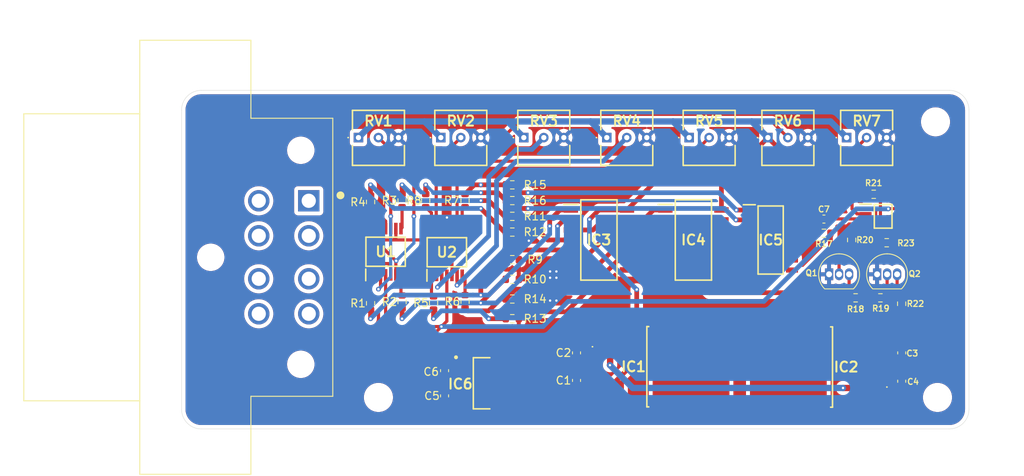
<source format=kicad_pcb>
(kicad_pcb (version 20241229) (generator "pcbnew") (generator_version "9.0")
  (layers (0 "F.Cu" signal) (4 "In1.Cu" signal) (6 "In2.Cu" signal) (2 "B.Cu" signal) (13 "F.Paste" user) (15 "B.Paste" user) (5 "F.SilkS" user "F.Silkscreen") (7 "B.SilkS" user "B.Silkscreen") (1 "F.Mask" user) (3 "B.Mask" user) (25 "Edge.Cuts" user))
  (net 0 "")
  (net 1 "GND")
  (net 2 "/FAULT>100MS")
  (net 3 "/BSPD_FAULT")
  (net 4 "Net-(C7-Pad1)")
  (net 5 "/B_HVY")
  (net 6 "/T_10%")
  (net 7 "/B_H")
  (net 8 "/B_L")
  (net 9 "Net-(R7-Pad1)")
  (net 10 "/T2_H")
  (net 11 "/T1_H")
  (net 12 "/T1_L")
  (net 13 "Net-(R6-Pad1)")
  (net 14 "Net-(R5-Pad1)")
  (net 15 "/T2_L")
  (net 16 "Net-(R8-Pad1)")
  (net 17 "Net-(R4-Pad1)")
  (net 18 "Net-(R3-Pad1)")
  (net 19 "Net-(R2-Pad1)")
  (net 20 "Net-(R1-Pad1)")
  (net 21 "Latch +5V")
  (net 22 "BSPD_OUT")
  (net 23 "Net-(Q2-B)")
  (net 24 "Net-(BR1-OUT1)")
  (net 25 "Net-(Q2-C)")
  (net 26 "+10V")
  (net 27 "VCC")
  (net 28 "+5V")
  (net 34 "/T_10%*B_HVY")
  (net 35 "/B_FAULT")
  (net 36 "/T+B_FAULT")
  (net 38 "/T_FAULT")
  (net 39 "/T1_FAULT")
  (net 40 "/T2_FAULT")
  (net 50 "/Heavy_Braking")
  (net 51 "Brake")
  (net 52 "/Throttle_10%")
  (net 53 "/Brake_Low")
  (net 54 "/Brake_High")
  (net 55 "Throttle1")
  (net 56 "/Throttle_High")
  (net 57 "/Throttle_Low")
  (net 58 "Throttle2")
  (net 59 "Net-(BR1-IN1-)")
  (net 60 "Net-(BR1-IN1+)")
  (footprint "Resistor_SMD:R_0603_1608Metric" (layer "F.Cu") (at 81 107)
    (property "Reference" "R12")
    (property "Value" "30k")
  )
  (footprint "Resistor_SMD:R_0603_1608Metric" (layer "F.Cu") (at 81 115.5)
    (property "Reference" "R14")
    (property "Value" "30k")
  )
  (footprint "Package_TO_SOT_THT:TO-92_Inline" (layer "F.Cu") (at 127.33 112.36)
    (property "Reference" "Q2")
    (property "Value" "2N3904")
  )
  (footprint "Resistor_SMD:R_0603_1608Metric" (layer "F.Cu") (at 71 116 -90)
    (property "Reference" "R5")
    (property "Value" "22k")
  )
  (footprint "BSPD_Footprint_Library:LM324" (layer "F.Cu") (at 64.9115 109.49525 90)
    (property "Reference" "U1")
    (property "Value" "LM324" (hide yes))
  )
  (footprint "Resistor_SMD:R_0603_1608Metric" (layer "F.Cu") (at 124.1 108 -90)
    (property "Reference" "R20")
    (property "Value" "22k")
  )
  (footprint "Resistor_SMD:R_0603_1608Metric" (layer "F.Cu") (at 63 116.04525 -90)
    (property "Reference" "R1")
    (property "Value" "22k")
  )
  (footprint "BSPD_Footprint_Library:3362U1104ALF" (layer "F.Cu") (at 123.46 95)
    (property "Reference" "RV7")
    (property "Value" "1k" (hide yes))
  )
  (footprint "MountingHole:MountingHole_3.2mm_M3" (layer "F.Cu") (at 135 128)
    (property "Reference" "H2" (hide yes))
    (property "Value" "M3")
  )
  (footprint "Resistor_SMD:R_0603_1608Metric" (layer "F.Cu") (at 81 113)
    (property "Reference" "R10")
    (property "Value" "30k")
  )
  (footprint "Resistor_SMD:R_0603_1608Metric" (layer "F.Cu") (at 124.6 115.35 180)
    (property "Reference" "R18")
    (property "Value" "220")
  )
  (footprint "BSPD_Footprint_Library:3362U1104ALF" (layer "F.Cu") (at 61.46 95)
    (property "Reference" "RV1")
    (property "Value" "1k" (hide yes))
  )
  (footprint "MountingHole:MountingHole_3.2mm_M3" (layer "F.Cu") (at 134.75 93)
    (property "Reference" "H1" (hide yes))
    (property "Value" "M3")
  )
  (footprint "Resistor_SMD:R_0603_1608Metric" (layer "F.Cu") (at 127.75 115.35 180)
    (property "Reference" "R19")
    (property "Value" "3k")
  )
  (footprint "Resistor_SMD:R_0603_1608Metric" (layer "F.Cu") (at 81 103)
    (property "Reference" "R16")
    (property "Value" "30k")
  )
  (footprint "BSPD_Footprint_Library:3362U1104ALF" (layer "F.Cu") (at 93 95)
    (property "Reference" "RV4")
    (property "Value" "1k" (hide yes))
  )
  (footprint "Capacitor_SMD:C_0603_1608Metric" (layer "F.Cu") (at 120.575 105.35)
    (property "Reference" "C7")
    (property "Value" "10uF")
  )
  (footprint "MountingHole:MountingHole_3.2mm_M3" (layer "F.Cu") (at 64 81)
    (property "Reference" "H3" (hide yes))
    (property "Value" "M3")
  )
  (footprint "BSPD_Footprint_Library:SOIC127P780X200-14N" (layer "F.Cu") (at 92 108)
    (property "Reference" "IC3")
    (property "Value" "SN74HC32NSR" (hide yes))
  )
  (footprint "Resistor_SMD:R_0603_1608Metric" (layer "F.Cu") (at 120.575 107.15 180)
    (property "Reference" "R17")
    (property "Value" "10k")
  )
  (footprint "Capacitor_SMD:C_0603_1608Metric" (layer "F.Cu") (at 89.157 125.84 90)
    (property "Reference" "C1")
    (property "Value" "0.1u")
  )
  (footprint "Capacitor_SMD:C_0603_1608Metric" (layer "F.Cu") (at 89.157 122.34 -90)
    (property "Reference" "C2")
    (property "Value" "0.33u")
  )
  (footprint "Resistor_SMD:R_0603_1608Metric" (layer "F.Cu") (at 81 118)
    (property "Reference" "R13")
    (property "Value" "30k")
  )
  (footprint "Capacitor_SMD:C_0603_1608Metric" (layer "F.Cu") (at 72.4 127.8 90)
    (property "Reference" "C5")
    (property "Value" "0.1u")
  )
  (footprint "BSPD_Footprint_Library:L7805ACD2TTR" (layer "F.Cu") (at 100.332 124.1 -90)
    (property "Reference" "IC1")
    (property "Value" "L7805ACD2T-TR" (hide yes))
  )
  (footprint "Resistor_SMD:R_0603_1608Metric" (layer "F.Cu") (at 67 115.87025 -90)
    (property "Reference" "R2")
    (property "Value" "22k")
  )
  (footprint "Capacitor_SMD:C_0603_1608Metric" (layer "F.Cu") (at 72.4 124.6 -90)
    (property "Reference" "C6")
    (property "Value" "0.33u")
  )
  (footprint "Resistor_SMD:R_0603_1608Metric" (layer "F.Cu") (at 81 105)
    (property "Reference" "R11")
    (property "Value" "30k")
  )
  (footprint "Resistor_SMD:R_0603_1608Metric" (layer "F.Cu") (at 70 103 90)
    (property "Reference" "R8")
    (property "Value" "22k")
  )
  (footprint "BSPD_Footprint_Library:3362U1104ALF" (layer "F.Cu") (at 103.46 95)
    (property "Reference" "RV5")
    (property "Value" "1k" (hide yes))
  )
  (footprint "Resistor_SMD:R_0603_1608Metric" (layer "F.Cu") (at 128.55 108.35)
    (property "Reference" "R23")
    (property "Value" "30k")
  )
  (footprint "Resistor_SMD:R_0603_1608Metric" (layer "F.Cu") (at 81 101)
    (property "Reference" "R15")
    (property "Value" "30k")
  )
  (footprint "Capacitor_SMD:C_0603_1608Metric" (layer "F.Cu") (at 130.457 122.34 -90)
    (property "Reference" "C3")
    (property "Value" "0.1u")
  )
  (footprint "Capacitor_SMD:C_0603_1608Metric" (layer "F.Cu") (at 130.457 125.94 90)
    (property "Reference" "C4")
    (property "Value" "0.33u")
  )
  (footprint "MountingHole:MountingHole_3.2mm_M3" (layer "F.Cu") (at 64 128)
    (property "Reference" "H4" (hide yes))
    (property "Value" "M3")
  )
  (footprint "BSPD_Footprint_Library:LM324" (layer "F.Cu") (at 72.6855 109.55725 90)
    (property "Reference" "U2")
    (property "Value" "LM324" (hide yes))
  )
  (footprint "Resistor_SMD:R_0603_1608Metric" (layer "F.Cu") (at 67 103 90)
    (property "Reference" "R3")
    (property "Value" "22k")
  )
  (footprint "Resistor_SMD:R_0603_1608Metric" (layer "F.Cu") (at 130.45 116.1 90)
    (property "Reference" "R22")
    (property "Value" "220")
  )
  (footprint "Resistor_SMD:R_0603_1608Metric" (layer "F.Cu") (at 63 103.175 90)
    (property "Reference" "R4")
    (property "Value" "22k")
  )
  (footprint "BSPD_Footprint_Library:L7805ACD2TTR" (layer "F.Cu") (at 119.425 124.14 90)
    (property "Reference" "IC2")
    (property "Value" "L7805ACD2T-TR" (hide yes))
  )
  (footprint "BSPD_Footprint_Library:3362U1104ALF" (layer "F.Cu") (at 82.46 95)
    (property "Reference" "RV3")
    (property "Value" "1k" (hide yes))
  )
  (footprint "Package_TO_SOT_THT:TO-92_Inline" (layer "F.Cu") (at 121.23 112.36)
    (property "Reference" "Q1")
    (property "Value" "2N3904")
  )
  (footprint "Resistor_SMD:R_0603_1608Metric" (layer "F.Cu") (at 75 115.825 -90)
    (property "Reference" "R6")
    (property "Value" "22k")
  )
  (footprint "Resistor_SMD:R_0603_1608Metric" (layer "F.Cu") (at 81 110.5)
    (property "Reference" "R9")
    (property "Value" "30k")
  )
  (footprint "BSPD_Footprint_Library:SOIC127P780X200-14N" (layer "F.Cu") (at 104 108)
    (property "Reference" "IC4")
    (property "Value" "SN74HC32NSR" (hide yes))
  )
  (footprint "BSPD_Footprint_Library:LM358AST" (layer "F.Cu") (at 128.1 105)
    (property "Reference" "BR1" (hide yes))
    (property "Value" "LM358AST" (hide yes))
  )
  (footprint "Resistor_SMD:R_0603_1608Metric" (layer "F.Cu") (at 75 103 90)
    (property "Reference" "R7")
    (property "Value" "22k")
  )
  (footprint "BSPD_Footprint_Library:TO228P972X240-3N" (layer "F.Cu") (at 79 126.2)
    (property "Reference" "IC6")
    (property "Value" "L78M10ABDT-TR" (hide yes))
  )
  (footprint "BSPD_Footprint_Library:TE_DT13-08PA" (layer "F.Cu") (at 48.8 110.2 -90)
    (property "Reference" "REF**" (hide yes))
    (property "Value" "TE_DT13-08PA")
  )
  (footprint "BSPD_Footprint_Library:3362U1104ALF" (layer "F.Cu") (at 113.46 95)
    (property "Reference" "RV6")
    (property "Value" "1k" (hide yes))
  )
  (footprint "Resistor_SMD:R_0603_1608Metric" (layer "F.Cu") (at 126.9 102.2)
    (property "Reference" "R21")
    (property "Value" "15k")
  )
  (footprint "BSPD_Footprint_Library:SOIC127P600X175-14N" (layer "F.Cu") (at 113.812 108.01)
    (property "Reference" "IC5")
    (property "Value" "CD74HC08QM96Q1" (hide yes))
  )
  (footprint "BSPD_Footprint_Library:3362U1104ALF" (layer "F.Cu") (at 71.92 95)
    (property "Reference" "RV2")
    (property "Value" "1k" (hide yes))
  )
  (gr_line (start 136.5 132) (end 41.5 132) (stroke (width 0.05)) (layer "Edge.Cuts"))
  (gr_arc (start 139 129.5) (mid 138.267767 131.267767) (end 136.5 132) (stroke (width 0.05)) (layer "Edge.Cuts"))
  (gr_arc (start 41.5 132) (mid 39.732233 131.267767) (end 39 129.5) (stroke (width 0.05)) (layer "Edge.Cuts"))
  (gr_line (start 41.5 89) (end 136.5 89) (stroke (width 0.05)) (layer "Edge.Cuts"))
  (gr_line (start 139 91.5) (end 139 129.5) (stroke (width 0.05)) (layer "Edge.Cuts"))
  (gr_line (start 39 129.5) (end 39 91.5) (stroke (width 0.05)) (layer "Edge.Cuts"))
  (gr_arc (start 39 91.5) (mid 39.732233 89.732233) (end 41.5 89) (stroke (width 0.05)) (layer "Edge.Cuts"))
  (gr_arc (start 136.5 89) (mid 138.267767 89.732233) (end 139 91.5) (stroke (width 0.05)) (layer "Edge.Cuts"))
  (segment (start 121.23 110.47) (end 121.23 112.36) (width 0.4) (layer "F.Cu") (net 1))
  (segment (start 83.1 108.1) (end 83.1 107.35) (width 0.6) (layer "F.Cu") (net 1))
  (segment (start 64.9115 106.55725) (end 64.9115 105.6115) (width 0.4) (layer "F.Cu") (net 1))
  (segment (start 72.6855 106.61925) (end 72.6855 105.1645) (width 0.4) (layer "F.Cu") (net 1))
  (segment (start 122.75 106.985936) (end 122.75 108.95) (width 0.4) (layer "F.Cu") (net 1))
  (segment (start 125.888 105.975) (end 123.760936 105.975) (width 0.4) (layer "F.Cu") (net 1))
  (segment (start 83.1 107.35) (end 82.75 107) (width 0.6) (layer "F.Cu") (net 1))
  (segment (start 123.760936 105.975) (end 122.75 106.985936) (width 0.4) (layer "F.Cu") (net 1))
  (segment (start 72.6855 105.1645) (end 72.7 105.15) (width 0.4) (layer "F.Cu") (net 1))
  (segment (start 64.4 105.1) (end 64.4 104.7) (width 0.4) (layer "F.Cu") (net 1))
  (segment (start 82.75 107) (end 81.825 107) (width 0.6) (layer "F.Cu") (net 1))
  (segment (start 64.9115 105.6115) (end 64.4 105.1) (width 0.4) (layer "F.Cu") (net 1))
  (segment (start 122.75 108.95) (end 121.23 110.47) (width 0.4) (layer "F.Cu") (net 1))
  (via (at 86.6 115.7) (size 0.6) (drill 0.3) (layers "F.Cu" "B.Cu") (net 1))
  (via (at 85.8 115.7) (size 0.6) (drill 0.3) (layers "F.Cu" "B.Cu") (net 1))
  (via (at 72.7 105.15) (size 0.6) (drill 0.3) (layers "F.Cu" "B.Cu") (net 1))
  (via (at 83.1 108.1) (size 0.6) (drill 0.3) (layers "F.Cu" "B.Cu") (net 1))
  (via (at 86.6 112) (size 0.6) (drill 0.3) (layers "F.Cu" "B.Cu") (net 1))
  (via (at 86.6 112.8) (size 0.6) (drill 0.3) (layers "F.Cu" "B.Cu") (net 1))
  (via (at 85.8 112.8) (size 0.6) (drill 0.3) (layers "F.Cu" "B.Cu") (net 1))
  (via (at 85.8 112) (size 0.6) (drill 0.3) (layers "F.Cu" "B.Cu") (net 1))
  (segment (start 124.1 108.825) (end 122.5 110.425) (width 0.4) (layer "F.Cu") (net 2))
  (segment (start 127.751 108.324) (end 127.751 102.276) (width 0.4) (layer "F.Cu") (net 2))
  (segment (start 127.751 102.276) (end 127.675 102.2) (width 0.4) (layer "F.Cu") (net 2))
  (segment (start 127.725 108.35) (end 124.575 108.35) (width 0.4) (layer "F.Cu") (net 2))
  (segment (start 127.725 108.35) (end 127.751 108.324) (width 0.4) (layer "F.Cu") (net 2))
  (segment (start 122.5 110.425) (end 122.5 112.36) (width 0.4) (layer "F.Cu") (net 2))
  (segment (start 124.575 108.35) (end 124.1 108.825) (width 0.4) (layer "F.Cu") (net 2))
  (segment (start 101.8505 110.54) (end 106.0105 114.7) (width 0.6) (layer "F.Cu") (net 3))
  (segment (start 121.4 109.1) (end 121.4 107.15) (width 0.6) (layer "F.Cu") (net 3))
  (segment (start 100.438 110.54) (end 101.8505 110.54) (width 0.6) (layer "F.Cu") (net 3))
  (segment (start 115.8 114.7) (end 121.4 109.1) (width 0.6) (layer "F.Cu") (net 3))
  (segment (start 106.0105 114.7) (end 115.8 114.7) (width 0.6) (layer "F.Cu") (net 3))
  (segment (start 119.8 105.35) (end 119.8 107.1) (width 0.4) (layer "F.Cu") (net 4))
  (segment (start 79.175 102) (end 77 102) (width 0.6) (layer "F.Cu") (net 5))
  (segment (start 83 104) (end 82.5 104) (width 0.6) (layer "F.Cu") (net 5))
  (segment (start 80.175 103) (end 81.175 104) (width 0.6) (layer "F.Cu") (net 5))
  (segment (start 81.175 104) (end 83 104) (width 0.6) (layer "F.Cu") (net 5))
  (segment (start 109.4 105.45) (end 111.08 105.45) (width 0.6) (layer "F.Cu") (net 5))
  (segment (start 80.175 103) (end 79.175 102) (width 0.6) (layer "F.Cu") (net 5))
  (segment (start 70 102.175) (end 70 101) (width 0.6) (layer "F.Cu") (net 5))
  (segment (start 111.08 105.45) (end 111.1 105.47) (width 0.6) (layer "F.Cu") (net 5))
  (via (at 70 101) (size 0.6) (drill 0.3) (layers "F.Cu" "B.Cu") (net 5))
  (via (at 77 102) (size 0.6) (drill 0.3) (layers "F.Cu" "B.Cu") (net 5))
  (via (at 83 104) (size 0.6) (drill 0.3) (layers "F.Cu" "B.Cu") (net 5))
  (via (at 109.4 105.45) (size 0.6) (drill 0.3) (layers "F.Cu" "B.Cu") (net 5))
  (segment (start 71 102) (end 77 102) (width 0.6) (layer "B.Cu") (net 5))
  (segment (start 83 104) (end 107.95 104) (width 0.6) (layer "B.Cu") (net 5))
  (segment (start 70 101) (end 71 102) (width 0.4) (layer "B.Cu") (net 5))
  (segment (start 107.95 104) (end 109.4 105.45) (width 0.6) (layer "B.Cu") (net 5))
  (segment (start 76.175 101) (end 75 102.175) (width 0.6) (layer "F.Cu") (net 6))
  (segment (start 81.175 102) (end 83 102) (width 0.6) (layer "F.Cu") (net 6))
  (segment (start 77 101) (end 76.175 101) (width 0.6) (layer "F.Cu") (net 6))
  (segment (start 80.175 101) (end 81.175 102) (width 0.6) (layer "F.Cu") (net 6))
  (segment (start 109.45 104.2) (end 111.1 104.2) (width 0.6) (layer "F.Cu") (net 6))
  (segment (start 80.175 101) (end 77 101) (width 0.6) (layer "F.Cu") (net 6))
  (via (at 77 101) (size 0.6) (drill 0.3) (layers "F.Cu" "B.Cu") (net 6))
  (via (at 83 102) (size 0.6) (drill 0.3) (layers "F.Cu" "B.Cu") (net 6))
  (via (at 109.45 104.2) (size 0.6) (drill 0.3) (layers "F.Cu" "B.Cu") (net 6))
  (segment (start 83 102) (end 107.25 102) (width 0.6) (layer "B.Cu") (net 6))
  (segment (start 107.25 102) (end 109.45 104.2) (width 0.6) (layer "B.Cu") (net 6))
  (segment (start 80.175 115.5) (end 81.425 114.25) (width 0.6) (layer "F.Cu") (net 7))
  (segment (start 93.805029 109.27) (end 95.562 109.27) (width 0.6) (layer "F.Cu") (net 7))
  (segment (start 78 117) (end 79.5 115.5) (width 0.6) (layer "F.Cu") (net 7))
  (segment (start 75 116.65) (end 75.35 117) (width 0.6) (layer "F.Cu") (net 7))
  (segment (start 81.425 114.25) (end 88.825029 114.25) (width 0.6) (layer "F.Cu") (net 7))
  (segment (start 88.825029 114.25) (end 93.805029 109.27) (width 0.6) (layer "F.Cu") (net 7))
  (segment (start 79.5 115.5) (end 80.175 115.5) (width 0.6) (layer "F.Cu") (net 7))
  (segment (start 75.35 117) (end 78 117) (width 0.6) (layer "F.Cu") (net 7))
  (segment (start 81.051 117.124) (end 80.175 118) (width 0.6) (layer "F.Cu") (net 8))
  (segment (start 95.562 110.54) (end 94.46 110.54) (width 0.6) (layer "F.Cu") (net 8))
  (segment (start 87.876 117.124) (end 81.051 117.124) (width 0.6) (layer "F.Cu") (net 8))
  (segment (start 94.46 110.54) (end 87.876 117.124) (width 0.6) (layer "F.Cu") (net 8))
  (segment (start 71 116.825) (end 71 118) (width 0.6) (layer "F.Cu") (net 8))
  (segment (start 78 118) (end 80.175 118) (width 0.6) (layer "F.Cu") (net 8))
  (via (at 71 118) (size 0.6) (drill 0.3) (layers "F.Cu" "B.Cu") (net 8))
  (via (at 78 118) (size 0.6) (drill 0.3) (layers "F.Cu" "B.Cu") (net 8))
  (segment (start 72 117) (end 71 118) (width 0.6) (layer "B.Cu") (net 8))
  (segment (start 78 118) (end 77 117) (width 0.6) (layer "B.Cu") (net 8))
  (segment (start 77 117) (end 72 117) (width 0.6) (layer "B.Cu") (net 8))
  (segment (start 74.6355 104.1895) (end 74.6355 106.61925) (width 0.4) (layer "F.Cu") (net 9))
  (segment (start 75 103.825) (end 74.6355 104.1895) (width 0.4) (layer "F.Cu") (net 9))
  (segment (start 86.75 106.25) (end 87.54 105.46) (width 0.6) (layer "F.Cu") (net 10))
  (segment (start 67 116.69525) (end 67 118) (width 0.6) (layer "F.Cu") (net 10))
  (segment (start 87.54 105.46) (end 88.438 105.46) (width 0.6) (layer "F.Cu") (net 10))
  (segment (start 80.175 113) (end 80 113) (width 0.6) (layer "F.Cu") (net 10))
  (segment (start 80 113) (end 77 116) (width 0.6) (layer "F.Cu") (net 10))
  (via (at 77 116) (size 0.6) (drill 0.3) (layers "F.Cu" "B.Cu") (net 10))
  (via (at 67 118) (size 0.6) (drill 0.3) (layers "F.Cu" "B.Cu") (net 10))
  (via (at 86.75 106.25) (size 0.6) (drill 0.3) (layers "F.Cu" "B.Cu") (net 10))
  (segment (start 69 116) (end 77 116) (width 0.6) (layer "B.Cu") (net 10))
  (segment (start 86.75 106.25) (end 86.75 108.25) (width 0.6) (layer "B.Cu") (net 10))
  (segment (start 67 118) (end 69 116) (width 0.6) (layer "B.Cu") (net 10))
  (segment (start 79 116) (end 77 116) (width 0.6) (layer "B.Cu") (net 10))
  (segment (start 86.75 108.25) (end 79 116) (width 0.6) (layer "B.Cu") (net 10))
  (segment (start 80.175 107) (end 80 107) (width 0.4) (layer "F.Cu") (net 11))
  (segment (start 82.445 109.27) (end 88.438 109.27) (width 0.6) (layer "F.Cu") (net 11))
  (segment (start 63 102.35) (end 63 101) (width 0.6) (layer "F.Cu") (net 11))
  (segment (start 80.175 107) (end 82.445 109.27) (width 0.6) (layer "F.Cu") (net 11))
  (segment (start 80 107) (end 77 104) (width 0.6) (layer "F.Cu") (net 11))
  (via (at 63 101) (size 0.6) (drill 0.3) (layers "F.Cu" "B.Cu") (net 11))
  (via (at 77 104) (size 0.6) (drill 0.3) (layers "F.Cu" "B.Cu") (net 11))
  (segment (start 63 101) (end 66 104) (width 0.6) (layer "B.Cu") (net 11))
  (segment (start 66 104) (end 77 104) (width 0.6) (layer "B.Cu") (net 11))
  (segment (start 78 103) (end 77 103) (width 0.6) (layer "F.Cu") (net 12))
  (segment (start 67 102.175) (end 67 101) (width 0.6) (layer "F.Cu") (net 12))
  (segment (start 77 103) (end 77.175 103) (width 0.4) (layer "F.Cu") (net 12))
  (segment (start 83.5 106) (end 85.5 108) (width 0.6) (layer "F.Cu") (net 12))
  (segment (start 81.175 106) (end 83.5 106) (width 0.6) (layer "F.Cu") (net 12))
  (segment (start 80.175 105) (end 81.175 106) (width 0.6) (layer "F.Cu") (net 12))
  (segment (start 85.5 108) (end 88.438 108) (width 0.6) (layer "F.Cu") (net 12))
  (segment (start 80 105) (end 78 103) (width 0.6) (layer "F.Cu") (net 12))
  (segment (start 80.175 105) (end 80 105) (width 0.6) (layer "F.Cu") (net 12))
  (via (at 67 101) (size 0.6) (drill 0.3) (layers "F.Cu" "B.Cu") (net 12))
  (via (at 77 103) (size 0.6) (drill 0.3) (layers "F.Cu" "B.Cu") (net 12))
  (segment (start 67 101) (end 69 103) (width 0.6) (layer "B.Cu") (net 12))
  (segment (start 69 103) (end 77 103) (width 0.6) (layer "B.Cu") (net 12))
  (segment (start 75 112.85975) (end 75 115) (width 0.4) (layer "F.Cu") (net 13))
  (segment (start 74.6355 112.49525) (end 75 112.85975) (width 0.4) (layer "F.Cu") (net 13))
  (segment (start 70.7355 114.9105) (end 71 115.175) (width 0.4) (layer "F.Cu") (net 14))
  (segment (start 70.7355 112.49525) (end 70.7355 114.9105) (width 0.4) (layer "F.Cu") (net 14))
  (segment (start 85.75 106.25) (end 85.75 105.5) (width 0.6) (layer "F.Cu") (net 15))
  (segment (start 77 113.675) (end 77 115) (width 0.6) (layer "F.Cu") (net 15))
  (segment (start 80.175 110.5) (end 77 113.675) (width 0.6) (layer "F.Cu") (net 15))
  (segment (start 85.75 105.5) (end 87.06 104.19) (width 0.6) (layer "F.Cu") (net 15))
  (segment (start 63 116.87025) (end 63 118) (width 0.6) (layer "F.Cu") (net 15))
  (segment (start 87.06 104.19) (end 88.438 104.19) (width 0.6) (layer "F.Cu") (net 15))
  (via (at 85.75 106.25) (size 0.6) (drill 0.3) (layers "F.Cu" "B.Cu") (net 15))
  (via (at 77 115) (size 0.6) (drill 0.3) (layers "F.Cu" "B.Cu") (net 15))
  (via (at 63 118) (size 0.6) (drill 0.3) (layers "F.Cu" "B.Cu") (net 15))
  (segment (start 66 115) (end 74 115) (width 0.6) (layer "B.Cu") (net 15))
  (segment (start 74 115) (end 76 115) (width 0.6) (layer "B.Cu") (net 15))
  (segment (start 78 115) (end 77 115) (width 0.6) (layer "B.Cu") (net 15))
  (segment (start 76 115) (end 77 115) (width 0.6) (layer "B.Cu") (net 15))
  (segment (start 63 118) (end 66 115) (width 0.6) (layer "B.Cu") (net 15))
  (segment (start 85.75 106.25) (end 85.75 107.25) (width 0.6) (layer "B.Cu") (net 15))
  (segment (start 85.75 107.25) (end 78 115) (width 0.6) (layer "B.Cu") (net 15))
  (segment (start 70.7355 106.61925) (end 70.7355 104.5605) (width 0.4) (layer "F.Cu") (net 16))
  (segment (start 70.7355 104.5605) (end 70 103.825) (width 0.4) (layer "F.Cu") (net 16))
  (segment (start 62.9615 104.0385) (end 62.9615 106.55725) (width 0.4) (layer "F.Cu") (net 17))
  (segment (start 63 104) (end 62.9615 104.0385) (width 0.4) (layer "F.Cu") (net 17))
  (segment (start 67 106.41875) (end 66.8615 106.55725) (width 0.4) (layer "F.Cu") (net 18))
  (segment (start 67 103.825) (end 67 106.41875) (width 0.4) (layer "F.Cu") (net 18))
  (segment (start 66.8615 114.90675) (end 67 115.04525) (width 0.4) (layer "F.Cu") (net 19))
  (segment (start 66.8615 112.43325) (end 66.8615 114.90675) (width 0.4) (layer "F.Cu") (net 19))
  (segment (start 62.9615 112.43325) (end 62.9615 115.18175) (width 0.4) (layer "F.Cu") (net 20))
  (segment (start 62.9615 115.18175) (end 63 115.22025) (width 0.4) (layer "F.Cu") (net 20))
  (segment (start 130.45 121.558) (end 130.457 121.565) (width 0.4) (layer "F.Cu") (net 21))
  (segment (start 126.367 121.565) (end 126.332 121.6) (width 0.2) (layer "F.Cu") (net 21))
  (segment (start 125.425 121.6) (end 126.332 121.6) (width 0.4) (layer "F.Cu") (net 21))
  (segment (start 130.45 116.925) (end 130.45 121.558) (width 0.4) (layer "F.Cu") (net 21))
  (segment (start 125.425 115.35) (end 125.425 121.6) (width 0.4) (layer "F.Cu") (net 21))
  (segment (start 130.457 121.565) (end 126.367 121.565) (width 0.8) (layer "F.Cu") (net 21))
  (segment (start 123.775 112.365) (end 123.77 112.36) (width 0.4) (layer "F.Cu") (net 22))
  (segment (start 123.775 115.35) (end 123.775 112.365) (width 0.4) (layer "F.Cu") (net 22))
  (segment (start 128.6 112.36) (end 128.6 115.325) (width 0.4) (layer "F.Cu") (net 23))
  (segment (start 128.6 115.325) (end 128.575 115.35) (width 0.4) (layer "F.Cu") (net 23))
  (segment (start 126.8025 104.025) (end 127.15 104.3725) (width 0.4) (layer "F.Cu") (net 24))
  (segment (start 126.2525 107.175) (end 124.1 107.175) (width 0.4) (layer "F.Cu") (net 24))
  (segment (start 127.15 106.2775) (end 126.2525 107.175) (width 0.4) (layer "F.Cu") (net 24))
  (segment (start 125.888 104.025) (end 126.8025 104.025) (width 0.4) (layer "F.Cu") (net 24))
  (segment (start 127.15 104.3725) (end 127.15 106.2775) (width 0.4) (layer "F.Cu") (net 24))
  (segment (start 129.87 112.36) (end 129.87 114.695) (width 0.4) (layer "F.Cu") (net 25))
  (segment (start 129.87 114.695) (end 130.45 115.275) (width 0.4) (layer "F.Cu") (net 25))
  (segment (start 72.6855 112.49525) (end 72.6855 118.3145) (width 0.4) (layer "F.Cu") (net 26))
  (segment (start 128.775 104.025) (end 128.75 104.05) (width 0.4) (layer "F.Cu") (net 26))
  (segment (start 71.2 119.8) (end 71.2 127.375) (width 0.4) (layer "F.Cu") (net 26))
  (segment (start 74.65 128.48) (end 72.495 128.48) (width 0.8) (layer "F.Cu") (net 26))
  (segment (start 72.495 128.48) (end 72.4 128.575) (width 0.8) (layer "F.Cu") (net 26))
  (segment (start 64.9115 117.7115) (end 64.9115 112.43325) (width 0.4) (layer "F.Cu") (net 26))
  (segment (start 72.6855 118.3145) (end 72 119) (width 0.4) (layer "F.Cu") (net 26))
  (segment (start 72 119) (end 66.2 119) (width 0.4) (layer "F.Cu") (net 26))
  (segment (start 66.2 119) (end 64.9115 117.7115) (width 0.4) (layer "F.Cu") (net 26))
  (segment (start 130.312 104.025) (end 128.775 104.025) (width 0.4) (layer "F.Cu") (net 26))
  (segment (start 72 119) (end 71.2 119.8) (width 0.4) (layer "F.Cu") (net 26))
  (segment (start 71.2 127.375) (end 72.4 128.575) (width 0.4) (layer "F.Cu") (net 26))
  (via (at 128.75 104.05) (size 0.6) (drill 0.3) (layers "F.Cu" "B.Cu") (net 26))
  (via (at 72 119) (size 0.6) (drill 0.3) (layers "F.Cu" "B.Cu") (net 26))
  (segment (start 112.95 115.8) (end 88.1 115.8) (width 0.6) (layer "B.Cu") (net 26))
  (segment (start 84.9 119) (end 72 119) (width 0.6) (layer "B.Cu") (net 26))
  (segment (start 88.1 115.8) (end 84.9 119) (width 0.6) (layer "B.Cu") (net 26))
  (segment (start 128.75 104.05) (end 124.7 104.05) (width 0.6) (layer "B.Cu") (net 26))
  (segment (start 124.7 104.05) (end 112.95 115.8) (width 0.6) (layer "B.Cu") (net 26))
  (segment (start 126.367 126.715) (end 126.332 126.68) (width 0.8) (layer "F.Cu") (net 27))
  (segment (start 89.162 121.56) (end 89.157 121.565) (width 0.8) (layer "F.Cu") (net 27))
  (segment (start 123 126.8) (end 126.212 126.8) (width 0.8) (layer "F.Cu") (net 27))
  (segment (start 89.157 121.565) (end 88.417 120.825) (width 0.8) (layer "F.Cu") (net 27))
  (segment (start 93.425 121.56) (end 89.162 121.56) (width 0.8) (layer "F.Cu") (net 27))
  (segment (start 72.495 123.92) (end 72.4 123.825) (width 0.8) (layer "F.Cu") (net 27))
  (segment (start 130.457 126.715) (end 126.367 126.715) (width 0.8) (layer "F.Cu") (net 27))
  (segment (start 88.417 120.825) (end 77.745 120.825) (width 0.8) (layer "F.Cu") (net 27))
  (segment (start 93.425 123.875) (end 93.4 123.9) (width 0.8) (layer "F.Cu") (net 27))
  (segment (start 93.425 121.56) (end 93.425 123.875) (width 0.8) (layer "F.Cu") (net 27))
  (segment (start 77.745 120.825) (end 74.65 123.92) (width 0.8) (layer "F.Cu") (net 27))
  (segment (start 126.212 126.8) (end 126.332 126.68) (width 0.8) (layer "F.Cu") (net 27))
  (segment (start 74.65 123.92) (end 72.495 123.92) (width 0.8) (layer "F.Cu") (net 27))
  (via (at 93.4 123.9) (size 0.6) (drill 0.3) (layers "F.Cu" "B.Cu") (net 27))
  (via (at 123 126.8) (size 0.6) (drill 0.3) (layers "F.Cu" "B.Cu") (net 27))
  (segment (start 96.3 126.8) (end 123 126.8) (width 0.8) (layer "B.Cu") (net 27))
  (segment (start 93.4 123.9) (end 96.3 126.8) (width 0.8) (layer "B.Cu") (net 27))
  (segment (start 107.562 100.898) (end 113.46 95) (width 0.6) (layer "F.Cu") (net 28))
  (segment (start 95.562 104.19) (end 92.01 104.19) (width 0.6) (layer "F.Cu") (net 28))
  (segment (start 107.562 104.19) (end 107.562 100.898) (width 0.6) (layer "F.Cu") (net 28))
  (segment (start 92.01 104.19) (end 90.8 105.4) (width 0.6) (layer "F.Cu") (net 28))
  (segment (start 96.8 123.265) (end 93.425 126.64) (width 0.6) (layer "F.Cu") (net 28))
  (segment (start 89.182 126.64) (end 89.157 126.615) (width 0.5) (layer "F.Cu") (net 28))
  (segment (start 98.854 100.898) (end 107.562 100.898) (width 0.6) (layer "F.Cu") (net 28))
  (segment (start 116.524 98.064) (end 113.46 95) (width 0.6) (layer "F.Cu") (net 28))
  (segment (start 93.425 126.64) (end 89.182 126.64) (width 0.8) (layer "F.Cu") (net 28))
  (segment (start 96.8 114.3) (end 96.8 123.265) (width 0.6) (layer "F.Cu") (net 28))
  (segment (start 116.524 104.2) (end 116.524 98.064) (width 0.6) (layer "F.Cu") (net 28))
  (segment (start 95.562 104.19) (end 98.854 100.898) (width 0.6) (layer "F.Cu") (net 28))
  (via (at 96.8 114.3) (size 0.6) (drill 0.3) (layers "F.Cu" "B.Cu") (net 28))
  (via (at 90.8 105.4) (size 0.6) (drill 0.3) (layers "F.Cu" "B.Cu") (net 28))
  (segment (start 101.41 92.95) (end 111.41 92.95) (width 0.8) (layer "B.Cu") (net 28))
  (segment (start 101.41 92.95) (end 103.46 95) (width 0.8) (layer "B.Cu") (net 28))
  (segment (start 121.41 92.95) (end 123.46 95) (width 0.8) (layer "B.Cu") (net 28))
  (segment (start 90.8 105.4) (end 90.8 108.3) (width 0.6) (layer "B.Cu") (net 28))
  (segment (start 90.95 92.95) (end 93 95) (width 0.8) (layer "B.Cu") (net 28))
  (segment (start 71.85 92.95) (end 80.41 92.95) (width 0.8) (layer "B.Cu") (net 28))
  (segment (start 111.41 92.95) (end 121.41 92.95) (width 0.8) (layer "B.Cu") (net 28))
  (segment (start 90.95 92.95) (end 101.41 92.95) (width 0.8) (layer "B.Cu") (net 28))
  (segment (start 71.92 95) (end 71.9 95) (width 0.8) (layer "B.Cu") (net 28))
  (segment (start 69.85 92.95) (end 71.85 92.95) (width 0.8) (layer "B.Cu") (net 28))
  (segment (start 90.8 108.3) (end 96.8 114.3) (width 0.6) (layer "B.Cu") (net 28))
  (segment (start 63.51 92.95) (end 69.85 92.95) (width 0.8) (layer "B.Cu") (net 28))
  (segment (start 80.41 92.95) (end 82.46 95) (width 0.8) (layer "B.Cu") (net 28))
  (segment (start 71.9 95) (end 69.85 92.95) (width 0.8) (layer "B.Cu") (net 28))
  (segment (start 61.46 95) (end 63.51 92.95) (width 0.8) (layer "B.Cu") (net 28))
  (segment (start 111.41 92.95) (end 113.46 95) (width 0.8) (layer "B.Cu") (net 28))
  (segment (start 80.41 92.95) (end 90.95 92.95) (width 0.8) (layer "B.Cu") (net 28))
  (segment (start 114.1 108.1775) (end 112.6625 106.74) (width 0.6) (layer "F.Cu") (net 34))
  (segment (start 106.5 113.5) (end 113.1 113.5) (width 0.6) (layer "F.Cu") (net 34))
  (segment (start 100.606 109.27) (end 102.27 109.27) (width 0.6) (layer "F.Cu") (net 34))
  (segment (start 112.6625 106.74) (end 111.1 106.74) (width 0.6) (layer "F.Cu") (net 34))
  (segment (start 113.1 113.5) (end 114.1 112.5) (width 0.6) (layer "F.Cu") (net 34))
  (segment (start 114.1 112.5) (end 114.1 108.1775) (width 0.6) (layer "F.Cu") (net 34))
  (segment (start 102.27 109.27) (end 106.5 113.5) (width 0.6) (layer "F.Cu") (net 34))
  (segment (start 99.4435 105.46) (end 98.5 106.4035) (width 0.6) (layer "F.Cu") (net 35))
  (segment (start 98.5 106.4035) (end 98.5 109.8665) (width 0.6) (layer "F.Cu") (net 35))
  (segment (start 98.5 109.8665) (end 96.5565 111.81) (width 0.6) (layer "F.Cu") (net 35))
  (segment (start 100.438 105.46) (end 99.4435 105.46) (width 0.6) (layer "F.Cu") (net 35))
  (segment (start 96.5565 111.81) (end 95.562 111.81) (width 0.6) (layer "F.Cu") (net 35))
  (segment (start 100.438 106.73) (end 100.438 108) (width 0.6) (layer "F.Cu") (net 36))
  (segment (start 98.9255 104.19) (end 97.5 105.6155) (width 0.6) (layer "F.Cu") (net 38))
  (segment (start 100.438 104.19) (end 98.9255 104.19) (width 0.6) (layer "F.Cu") (net 38))
  (segment (start 96.331 108) (end 95.562 108) (width 0.6) (layer "F.Cu") (net 38))
  (segment (start 97.5 106.831) (end 96.331 108) (width 0.6) (layer "F.Cu") (net 38))
  (segment (start 97.5 105.6155) (end 97.5 106.831) (width 0.6) (layer "F.Cu") (net 38))
  (segment (start 91.25 106.73) (end 92.52 105.46) (width 0.6) (layer "F.Cu") (net 39))
  (segment (start 88.438 106.73) (end 91.25 106.73) (width 0.6) (layer "F.Cu") (net 39))
  (segment (start 92.52 105.46) (end 95.562 105.46) (width 0.6) (layer "F.Cu") (net 39))
  (segment (start 93.77 106.73) (end 95.562 106.73) (width 0.6) (layer "F.Cu") (net 40))
  (segment (start 88.438 110.54) (end 89.96 110.54) (width 0.6) (layer "F.Cu") (net 40))
  (segment (start 89.96 110.54) (end 93.77 106.73) (width 0.6) (layer "F.Cu") (net 40))
  (segment (start 71.3365 104.809442) (end 71.3365 105.48075) (width 0.4) (layer "F.Cu") (net 50))
  (segment (start 71.3365 100.6635) (end 71.3365 104.311558) (width 0.4) (layer "F.Cu") (net 50))
  (segment (start 71.3365 104.311558) (end 71.3365 104.809442) (width 0.4) (layer "F.Cu") (net 50))
  (segment (start 113.95 92.95) (end 81.872 92.95) (width 0.4) (layer "F.Cu") (net 50))
  (segment (start 116 95) (end 113.95 92.95) (width 0.4) (layer "F.Cu") (net 50))
  (segment (start 71.3365 105.48075) (end 71.3615 105.48075) (width 0.4) (layer "F.Cu") (net 50))
  (segment (start 71.3615 106.59525) (end 71.3855 106.61925) (width 0.4) (layer "F.Cu") (net 50))
  (segment (start 81.872 92.95) (end 77.822 97) (width 0.4) (layer "F.Cu") (net 50))
  (segment (start 77.822 97) (end 75 97) (width 0.4) (layer "F.Cu") (net 50))
  (segment (start 71.3615 105.48075) (end 71.3615 106.59525) (width 0.4) (layer "F.Cu") (net 50))
  (segment (start 75 97) (end 71.3365 100.6635) (width 0.4) (layer "F.Cu") (net 50))
  (segment (start 73.3355 111.38075) (end 73.3595 111.40475) (width 0.4) (layer "F.Cu") (net 51))
  (segment (start 71.3855 111.38075) (end 71.3855 112.49525) (width 0.4) (layer "F.Cu") (net 51))
  (segment (start 73.3355 112.49525) (end 73.3595 112.47125) (width 0.4) (layer "F.Cu") (net 51))
  (segment (start 73.3595 112.47125) (end 73.3595 111.40475) (width 0.4) (layer "F.Cu") (net 51))
  (segment (start 73 111.04525) (end 71.721 111.04525) (width 0.4) (layer "F.Cu") (net 51))
  (segment (start 73.3595 111.40475) (end 73 111.04525) (width 0.4) (layer "F.Cu") (net 51))
  (segment (start 71.721 111.04525) (end 71.3855 111.38075) (width 0.4) (layer "F.Cu") (net 51))
  (segment (start 73.3355 106.61925) (end 73.3355 111.38075) (width 0.4) (layer "F.Cu") (net 51))
  (segment (start 103 98) (end 106 95) (width 0.4) (layer "F.Cu") (net 52))
  (segment (start 73.9855 100.0145) (end 76 98) (width 0.4) (layer "F.Cu") (net 52))
  (segment (start 76 98) (end 103 98) (width 0.4) (layer "F.Cu") (net 52))
  (segment (start 73.9855 106.61925) (end 73.9855 100.0145) (width 0.4) (layer "F.Cu") (net 52))
  (segment (start 71.5 114) (end 72.0355 113.4645) (width 0.4) (layer "F.Cu") (net 53))
  (segment (start 72.0355 113.4645) (end 72.0355 112.49525) (width 0.4) (layer "F.Cu") (net 53))
  (via (at 71.5 114) (size 0.6) (drill 0.3) (layers "F.Cu" "B.Cu") (net 53))
  (segment (start 71.5 114) (end 78 107.5) (width 0.6) (layer "B.Cu") (net 53))
  (segment (start 78 107.5) (end 78 100) (width 0.6) (layer "B.Cu") (net 53))
  (segment (start 81.5 96.5) (end 83.5 96.5) (width 0.6) (layer "B.Cu") (net 53))
  (segment (start 83.5 96.5) (end 85 95) (width 0.6) (layer "B.Cu") (net 53))
  (segment (start 78 100) (end 81.5 96.5) (width 0.6) (layer "B.Cu") (net 53))
  (segment (start 73.9855 113.74525) (end 73.997998 113.732752) (width 0.4) (layer "F.Cu") (net 54))
  (segment (start 73.9855 112.49525) (end 73.9855 113.74525) (width 0.4) (layer "F.Cu") (net 54))
  (via (at 73.9855 113.74525) (size 0.6) (drill 0.3) (layers "F.Cu" "B.Cu") (net 54))
  (segment (start 79 108.73075) (end 79 100.5) (width 0.6) (layer "B.Cu") (net 54))
  (segment (start 81.5 98) (end 92.54 98) (width 0.6) (layer "B.Cu") (net 54))
  (segment (start 73.9855 113.74525) (end 79 108.73075) (width 0.6) (layer "B.Cu") (net 54))
  (segment (start 79 100.5) (end 81.5 98) (width 0.6) (layer "B.Cu") (net 54))
  (segment (start 92.54 98) (end 95.54 95) (width 0.6) (layer "B.Cu") (net 54))
  (segment (start 64.562 107.99525) (end 64.2615 107.69475) (width 0.4) (layer "F.Cu") (net 55))
  (segment (start 66.2115 106.55725) (end 66.2115 107.69475) (width 0.4) (layer "F.Cu") (net 55))
  (segment (start 72.0355 107.59525) (end 71.6355 107.99525) (width 0.4) (layer "F.Cu") (net 55))
  (segment (start 66.2115 107.69475) (end 65.911 107.99525) (width 0.4) (layer "F.Cu") (net 55))
  (segment (start 71.6355 107.99525) (end 65.911 107.99525) (width 0.4) (layer "F.Cu") (net 55))
  (segment (start 65.911 107.99525) (end 64.562 107.99525) (width 0.4) (layer "F.Cu") (net 55))
  (segment (start 72.0355 106.61925) (end 72.0355 107.59525) (width 0.4) (layer "F.Cu") (net 55))
  (segment (start 64.2615 107.69475) (end 64.2615 106.55725) (width 0.4) (layer "F.Cu") (net 55))
  (segment (start 63.6115 106.55725) (end 63.6355 106.55725) (width 0.4) (layer "F.Cu") (net 56))
  (segment (start 63.6355 106.55725) (end 63.6355 108.06925) (width 0.4) (layer "F.Cu") (net 56))
  (segment (start 74.46 95) (end 68.5 100.96) (width 0.4) (layer "F.Cu") (net 56))
  (segment (start 66.2115 110.64525) (end 66.2115 112.43325) (width 0.4) (layer "F.Cu") (net 56))
  (segment (start 68.5 100.96) (end 68.5 105) (width 0.4) (layer "F.Cu") (net 56))
  (segment (start 63.6355 108.06925) (end 66.2115 110.64525) (width 0.4) (layer "F.Cu") (net 56))
  (via (at 68.5 105) (size 0.6) (drill 0.3) (layers "F.Cu" "B.Cu") (net 56))
  (via (at 66.25 110.64525) (size 0.6) (drill 0.3) (layers "F.Cu" "B.Cu") (net 56))
  (segment (start 68.5 105) (end 68.5 108.39525) (width 0.4) (layer "B.Cu") (net 56))
  (segment (start 68.5 108.39525) (end 66.25 110.64525) (width 0.4) (layer "B.Cu") (net 56))
  (segment (start 65.5615 96.5615) (end 64 95) (width 0.4) (layer "F.Cu") (net 57))
  (segment (start 64 114.25) (end 64.2615 113.9885) (width 0.4) (layer "F.Cu") (net 57))
  (segment (start 65.5615 105) (end 65.5615 106.55725) (width 0.4) (layer "F.Cu") (net 57))
  (segment (start 64.2615 113.9885) (end 64.2615 112.43325) (width 0.4) (layer "F.Cu") (net 57))
  (segment (start 65.5615 105) (end 65.5615 96.5615) (width 0.4) (layer "F.Cu") (net 57))
  (via (at 65.5615 105) (size 0.6) (drill 0.3) (layers "F.Cu" "B.Cu") (net 57))
  (via (at 64 114.25) (size 0.6) (drill 0.3) (layers "F.Cu" "B.Cu") (net 57))
  (segment (start 64 114.25) (end 65.55 112.7) (width 0.4) (layer "B.Cu") (net 57))
  (segment (start 65.55 112.7) (end 65.55 105.20675) (width 0.4) (layer "B.Cu") (net 57))
  (segment (start 65.238 110.99525) (end 63.935 110.99525) (width 0.4) (layer "F.Cu") (net 58))
  (segment (start 65.5615 111.31875) (end 65.238 110.99525) (width 0.4) (layer "F.Cu") (net 58))
  (segment (start 65.5615 112.43325) (end 65.5615 111.31875) (width 0.4) (layer "F.Cu") (net 58))
  (segment (start 63.935 110.99525) (end 63.6115 111.31875) (width 0.4) (layer "F.Cu") (net 58))
  (segment (start 63.6115 111.31875) (end 63.6115 112.43325) (width 0.4) (layer "F.Cu") (net 58))
  (segment (start 124.15 104.0515) (end 124.7735 104.675) (width 0.4) (layer "F.Cu") (net 59))
  (segment (start 124.15 96.85) (end 124.15 104.0515) (width 0.4) (layer "F.Cu") (net 59))
  (segment (start 124.7735 104.675) (end 125.888 104.675) (width 0.4) (layer "F.Cu") (net 59))
  (segment (start 126 95) (end 124.15 96.85) (width 0.4) (layer "F.Cu") (net 59))
  (segment (start 121.35 105.35) (end 121.375 105.325) (width 0.4) (layer "F.Cu") (net 60))
  (segment (start 121.375 105.325) (end 125.888 105.325) (width 0.4) (layer "F.Cu") (net 60))
  (zone (net 1) (net_name "GND") (layers "F.Cu" "B.Cu" "In1.Cu" "In2.Cu") (connect_pads (clearance 0.5)) (min_thickness 0.25) (fill yes (thermal_gap 0.5) (thermal_bridge_width 0.5))
    (polygon (pts (xy 143 87.5) (xy 146 135) (xy 36 134) (xy 36 88)))
  )
)
</source>
